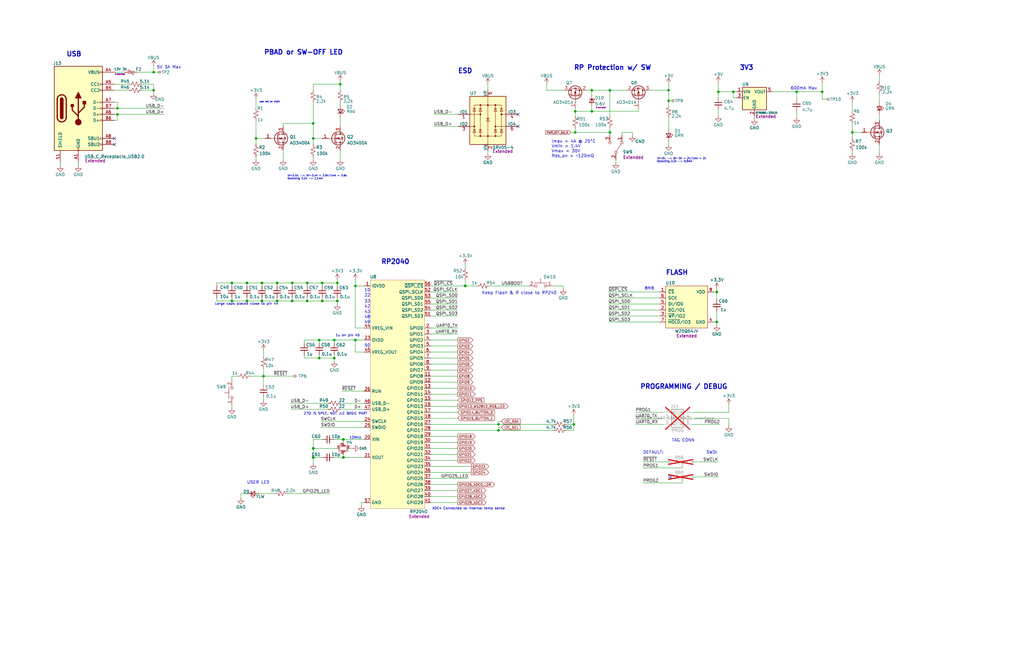
<source format=kicad_sch>
(kicad_sch (version 20250114) (generator "eeschema") (generator_version "9.0")
  (paper "USLedger")
  (title_block (title "RP2040") (date "2025-12-21") (rev "2.0") (company "RP2040 Hummingbird Clock Module"))
  (text "10" (at 156.21 123.317 0) (effects (font (size 1.27 1.27)) (justify right bottom)))
  (text "12MHz" (at 152.4 185.42 0) (effects (font (size 1 1)) (justify right bottom)))
  (text "22" (at 156.21 125.476 0) (effects (font (size 1.27 1.27)) (justify right bottom)))
  (text "5V 3A Max" (at 66.04 29.21 0) (effects (font (size 1.27 1.27)) (justify left bottom)))
  (text "3V3" (at 311.785 29.845 0) (effects (font (size 2 2) (thickness 0.4) (bold yes)) (justify left bottom)))
  (text "49" (at 156.21 136.779 0) (effects (font (size 1.27 1.27)) (justify right bottom)))
  (text "8MB" (at 271.78 122.555 0) (effects (font (size 1.27 1.27)) (justify left bottom)))
  (text "42" (at 156.21 130.175 0) (effects (font (size 1.27 1.27)) (justify right bottom)))
  (text "50" (at 156.21 146.685 0) (effects (font (size 1.27 1.27)) (justify right bottom)))
  (text "Imax = 4A @ 25°C\nVmin = 1.4V\nVmax = 30V\nRds_on = ~120mΩ" (at 232.537 66.675 0) (effects (font (size 1.27 1.27)) (justify left bottom)))
  (text "RP Protection w/ SW" (at 241.935 29.845 0) (effects (font (size 2 2) (thickness 0.4) (bold yes)) (justify left bottom)))
  (text "27Ω IS SPEC, NOT JLC BASIC PART" (at 154.94 175.26 0) (effects (font (size 1 1)) (justify right bottom)))
  (text "ADC4 Connected to internal temp sense" (at 182.245 215.265 0) (effects (font (size 1 1)) (justify left bottom)))
  (text "ESD" (at 193.04 31.242 0) (effects (font (size 2 2) (thickness 0.4) (bold yes)) (justify left bottom)))
  (text "Keep Flash & R close to RP240" (at 203.2 124.46 0) (effects (font (size 1.27 1.27)) (justify left bottom)))
  (text "Vf=2.4V, -> 5V-2.4V = 2.6V/1mA = 2.6k\nSelecting 2.2k -> 1.1mA\n" (at 121.158 75.946 0) (effects (font (size 0.762 0.762)) (justify left bottom)))
  (text "Last rail on chain\n" (at 109.22 43.434 0) (effects (font (size 0.635 0.635)) (justify left bottom)))
  (text "USB" (at 27.94 24.13 0) (effects (font (size 2 2) (thickness 0.4) (bold yes)) (justify left bottom)))
  (text "TAG CONN" (at 283.21 186.69 0) (effects (font (size 1.27 1.27)) (justify left bottom)))
  (text "Vf=3V, -> 5V-3V = 2V/1mA = 2k\nSelecting 2.2k -> 0.9mA\n" (at 276.987 68.707 0) (effects (font (size 0.762 0.762)) (justify left bottom)))
  (text "Large caps placed close to pin 44" (at 117.475 128.905 0) (effects (font (size 1 1)) (justify right bottom)))
  (text "33" (at 156.21 128.016 0) (effects (font (size 1.27 1.27)) (justify right bottom)))
  (text "FLASH" (at 280.67 116.332 0) (effects (font (size 2 2) (thickness 0.4) (bold yes)) (justify left bottom)))
  (text "DEFAULT:" (at 271.145 191.77 0) (effects (font (size 1.27 1.27)) (justify left bottom)))
  (text "1u on pin 45\n" (at 151.765 142.24 0) (effects (font (size 1 1)) (justify right bottom)))
  (text "RP2040\n" (at 160.655 111.76 0) (effects (font (size 2 2) (thickness 0.4) (bold yes)) (justify left bottom)))
  (text "600mA Max" (at 333.375 38.1 0) (effects (font (size 1.27 1.27)) (justify left bottom)))
  (text "43" (at 156.21 132.461 0) (effects (font (size 1.27 1.27)) (justify right bottom)))
  (text "USER LED\n" (at 104.14 204.47 0) (effects (font (size 1.27 1.27)) (justify left bottom)))
  (text "PBAD or SW-OFF LED" (at 111.252 23.368 0) (effects (font (size 2 2) (thickness 0.4) (bold yes)) (justify left bottom)))
  (text "48" (at 156.21 134.62 0) (effects (font (size 1.27 1.27)) (justify right bottom)))
  (text "PROGRAMMING / DEBUG" (at 269.875 164.465 0) (effects (font (size 2 2) (thickness 0.4) (bold yes)) (justify left bottom)))
  (text "SWD:" (at 297.815 191.77 0) (effects (font (size 1.27 1.27)) (justify left bottom)))
  (junction (at 249.555 46.99))
  (junction (at 135.89 119.38))
  (junction (at 132.08 58.42))
  (junction (at 242.57 46.99))
  (junction (at 149.86 143.51))
  (junction (at 49.53 48.26))
  (junction (at 116.84 127))
  (junction (at 144.78 193.04) (diameter 1.016))
  (junction (at 134.62 143.51))
  (junction (at 104.14 119.38))
  (junction (at 359.41 55.88))
  (junction (at 49.53 45.72))
  (junction (at 249.555 38.1))
  (junction (at 309.245 38.735))
  (junction (at 135.89 127))
  (junction (at 142.24 119.38))
  (junction (at 257.175 38.1))
  (junction (at 281.94 42.545))
  (junction (at 107.95 58.42))
  (junction (at 132.08 189.23) (diameter 1.016))
  (junction (at 140.97 143.51))
  (junction (at 104.14 127))
  (junction (at 302.26 123.19))
  (junction (at 64.77 38.1))
  (junction (at 144.78 185.42) (diameter 1.016))
  (junction (at 97.79 127))
  (junction (at 129.54 119.38))
  (junction (at 132.08 193.04) (diameter 1.016))
  (junction (at 241.935 179.07))
  (junction (at 257.175 55.88))
  (junction (at 210.185 179.07))
  (junction (at 140.97 151.13))
  (junction (at 346.71 38.735))
  (junction (at 123.19 119.38))
  (junction (at 132.08 52.07))
  (junction (at 149.86 120.65))
  (junction (at 97.79 119.38))
  (junction (at 281.94 38.1))
  (junction (at 242.57 55.88))
  (junction (at 335.915 38.735))
  (junction (at 129.54 127))
  (junction (at 134.62 151.13))
  (junction (at 110.49 119.38))
  (junction (at 111.125 158.75))
  (junction (at 142.24 127))
  (junction (at 302.895 38.735))
  (junction (at 302.26 135.89))
  (junction (at 196.215 120.65) (diameter 1.016))
  (junction (at 64.77 30.48))
  (junction (at 123.19 127))
  (junction (at 116.84 119.38))
  (junction (at 210.185 181.61))
  (junction (at 143.51 35.56))
  (junction (at 110.49 127))
  (no_connect (at 282.575 201.295))
  (no_connect (at 218.44 53.34))
  (no_connect (at 48.26 58.42))
  (no_connect (at 218.44 48.26))
  (no_connect (at 48.26 60.96))
  (wire (pts (xy 181.61 140.97) (xy 193.04 140.97)))
  (wire (pts (xy 144.78 185.42) (xy 144.78 186.69)))
  (wire (pts (xy 149.86 148.59) (xy 149.86 143.51)))
  (wire (pts (xy 48.26 43.18) (xy 49.53 43.18)))
  (wire (pts (xy 181.61 151.13) (xy 193.04 151.13)))
  (wire (pts (xy 300.99 123.19) (xy 302.26 123.19)))
  (wire (pts (xy 149.86 120.65) (xy 153.67 120.65)))
  (wire (pts (xy 359.41 52.07) (xy 359.41 55.88)))
  (wire (pts (xy 107.95 58.42) (xy 111.76 58.42)))
  (wire (pts (xy 279.4 179.07) (xy 267.97 179.07)))
  (wire (pts (xy 132.08 66.04) (xy 132.08 67.31)))
  (wire (pts (xy 140.97 143.51) (xy 140.97 144.78)))
  (wire (pts (xy 135.89 127) (xy 135.89 125.73)))
  (wire (pts (xy 134.62 144.78) (xy 134.62 143.51)))
  (wire (pts (xy 196.215 120.65) (xy 196.215 118.11)))
  (wire (pts (xy 97.79 127) (xy 104.14 127)))
  (wire (pts (xy 359.41 43.18) (xy 359.41 46.99)))
  (wire (pts (xy 107.95 66.04) (xy 107.95 67.31)))
  (wire (pts (xy 104.14 127) (xy 104.14 125.73)))
  (wire (pts (xy 105.41 158.75) (xy 111.125 158.75)))
  (wire (pts (xy 287.655 194.945) (xy 287.655 197.485)))
  (wire (pts (xy 181.61 189.23) (xy 193.04 189.23)))
  (wire (pts (xy 143.51 34.29) (xy 143.51 35.56)))
  (wire (pts (xy 107.95 41.91) (xy 107.95 45.72)))
  (wire (pts (xy 302.26 123.19) (xy 302.26 126.365)))
  (wire (pts (xy 237.49 121.92) (xy 237.49 120.65)))
  (wire (pts (xy 247.65 38.1) (xy 249.555 38.1)))
  (wire (pts (xy 181.61 176.53) (xy 193.04 176.53)))
  (wire (pts (xy 307.34 176.53) (xy 307.34 179.705)))
  (wire (pts (xy 210.185 177.8) (xy 210.185 179.07)))
  (wire (pts (xy 181.61 143.51) (xy 193.04 143.51)))
  (wire (pts (xy 205.74 63.5) (xy 205.74 64.77)))
  (wire (pts (xy 116.205 208.28) (xy 109.22 208.28)))
  (wire (pts (xy 132.08 193.04) (xy 135.89 193.04)))
  (wire (pts (xy 370.84 60.96) (xy 370.84 64.77)))
  (wire (pts (xy 205.74 35.56) (xy 205.74 38.1)))
  (wire (pts (xy 132.08 185.42) (xy 132.08 189.23)))
  (wire (pts (xy 128.27 151.13) (xy 128.27 149.86)))
  (wire (pts (xy 211.455 180.34) (xy 210.185 180.34)))
  (wire (pts (xy 210.185 180.34) (xy 210.185 181.61)))
  (wire (pts (xy 359.41 55.88) (xy 359.41 58.42)))
  (wire (pts (xy 128.27 144.78) (xy 128.27 143.51)))
  (wire (pts (xy 182.88 53.34) (xy 193.04 53.34)))
  (wire (pts (xy 149.86 148.59) (xy 153.67 148.59)))
  (wire (pts (xy 107.95 58.42) (xy 107.95 60.96)))
  (wire (pts (xy 281.94 35.56) (xy 281.94 38.1)))
  (wire (pts (xy 271.145 197.485) (xy 287.655 197.485)))
  (wire (pts (xy 240.665 55.88) (xy 242.57 55.88)))
  (wire (pts (xy 181.61 138.43) (xy 193.04 138.43)))
  (wire (pts (xy 111.125 147.955) (xy 111.125 150.495)))
  (wire (pts (xy 144.78 193.04) (xy 153.67 193.04)))
  (wire (pts (xy 181.61 120.65) (xy 196.215 120.65)))
  (wire (pts (xy 278.13 128.27) (xy 256.54 128.27)))
  (wire (pts (xy 271.145 203.835) (xy 287.655 203.835)))
  (wire (pts (xy 181.61 123.19) (xy 193.04 123.19)))
  (wire (pts (xy 181.61 125.73) (xy 193.04 125.73)))
  (wire (pts (xy 181.61 171.45) (xy 193.04 171.45)))
  (wire (pts (xy 97.79 160.655) (xy 97.79 158.75)))
  (wire (pts (xy 49.53 50.8) (xy 49.53 48.26)))
  (wire (pts (xy 310.515 38.735) (xy 309.245 38.735)))
  (wire (pts (xy 104.14 119.38) (xy 110.49 119.38)))
  (wire (pts (xy 181.61 186.69) (xy 193.04 186.69)))
  (wire (pts (xy 122.555 170.18) (xy 138.43 170.18)))
  (wire (pts (xy 132.08 38.1) (xy 132.08 35.56)))
  (wire (pts (xy 309.245 38.735) (xy 302.895 38.735)))
  (wire (pts (xy 123.19 127) (xy 116.84 127)))
  (wire (pts (xy 143.51 170.18) (xy 153.67 170.18)))
  (wire (pts (xy 307.34 170.815) (xy 307.34 173.99)))
  (wire (pts (xy 132.08 58.42) (xy 135.89 58.42)))
  (wire (pts (xy 110.49 127) (xy 110.49 125.73)))
  (wire (pts (xy 49.53 48.26) (xy 69.215 48.26)))
  (wire (pts (xy 283.845 42.545) (xy 281.94 42.545)))
  (wire (pts (xy 49.53 45.72) (xy 69.215 45.72)))
  (wire (pts (xy 181.61 212.09) (xy 193.04 212.09)))
  (wire (pts (xy 181.61 209.55) (xy 193.04 209.55)))
  (wire (pts (xy 142.24 118.11) (xy 142.24 119.38)))
  (wire (pts (xy 249.555 38.1) (xy 249.555 40.005)))
  (wire (pts (xy 142.24 119.38) (xy 142.24 120.65)))
  (wire (pts (xy 48.26 50.8) (xy 49.53 50.8)))
  (wire (pts (xy 110.49 127) (xy 116.84 127)))
  (wire (pts (xy 181.61 194.31) (xy 193.04 194.31)))
  (wire (pts (xy 335.915 38.735) (xy 335.915 41.91)))
  (wire (pts (xy 210.185 181.61) (xy 233.6432 181.61)))
  (wire (pts (xy 48.26 38.1) (xy 54.61 38.1)))
  (wire (pts (xy 242.57 55.88) (xy 257.175 55.88)))
  (wire (pts (xy 132.08 189.23) (xy 132.08 193.04)))
  (wire (pts (xy 370.84 39.37) (xy 370.84 43.18)))
  (wire (pts (xy 153.67 138.43) (xy 149.86 138.43)))
  (wire (pts (xy 48.26 30.48) (xy 52.705 30.48)))
  (wire (pts (xy 142.24 125.73) (xy 142.24 127)))
  (wire (pts (xy 335.915 38.735) (xy 346.71 38.735)))
  (wire (pts (xy 181.61 179.07) (xy 210.185 179.07)))
  (wire (pts (xy 116.84 127) (xy 116.84 125.73)))
  (wire (pts (xy 107.95 50.8) (xy 107.95 58.42)))
  (wire (pts (xy 266.7 55.88) (xy 262.255 55.88)))
  (wire (pts (xy 64.77 35.56) (xy 64.77 38.1)))
  (wire (pts (xy 116.84 120.65) (xy 116.84 119.38)))
  (wire (pts (xy 119.38 63.5) (xy 119.38 67.31)))
  (wire (pts (xy 135.255 177.8) (xy 153.67 177.8)))
  (wire (pts (xy 143.51 63.5) (xy 143.51 67.31)))
  (wire (pts (xy 57.785 30.48) (xy 64.77 30.48)))
  (wire (pts (xy 302.895 46.355) (xy 302.895 48.895)))
  (wire (pts (xy 256.54 123.19) (xy 278.13 123.19)))
  (wire (pts (xy 143.51 172.72) (xy 153.67 172.72)))
  (wire (pts (xy 249.555 46.99) (xy 269.24 46.99)))
  (wire (pts (xy 279.4 176.53) (xy 267.97 176.53)))
  (wire (pts (xy 132.08 43.18) (xy 132.08 52.07)))
  (wire (pts (xy 64.77 27.94) (xy 64.77 30.48)))
  (wire (pts (xy 196.215 120.65) (xy 201.295 120.65)))
  (wire (pts (xy 278.13 130.81) (xy 256.54 130.81)))
  (wire (pts (xy 281.94 42.545) (xy 281.94 44.45)))
  (wire (pts (xy 149.86 143.51) (xy 153.67 143.51)))
  (wire (pts (xy 181.61 199.39) (xy 198.755 199.39)))
  (wire (pts (xy 182.88 48.26) (xy 193.04 48.26)))
  (wire (pts (xy 181.61 161.29) (xy 193.04 161.29)))
  (wire (pts (xy 196.215 111.76) (xy 196.215 113.03)))
  (wire (pts (xy 278.13 133.35) (xy 256.54 133.35)))
  (wire (pts (xy 349.25 41.91) (xy 346.71 41.91)))
  (wire (pts (xy 241.935 179.07) (xy 241.935 181.61)))
  (wire (pts (xy 153.67 212.09) (xy 152.4 212.09)))
  (wire (pts (xy 300.99 135.89) (xy 302.26 135.89)))
  (wire (pts (xy 249.555 45.085) (xy 249.555 46.99)))
  (wire (pts (xy 181.61 191.77) (xy 193.04 191.77)))
  (wire (pts (xy 123.19 119.38) (xy 129.54 119.38)))
  (wire (pts (xy 266.7 57.15) (xy 266.7 55.88)))
  (wire (pts (xy 33.02 68.58) (xy 33.02 69.85)))
  (wire (pts (xy 149.86 120.65) (xy 149.86 138.43)))
  (wire (pts (xy 181.61 166.37) (xy 193.04 166.37)))
  (wire (pts (xy 181.61 128.27) (xy 193.04 128.27)))
  (wire (pts (xy 302.895 34.925) (xy 302.895 38.735)))
  (wire (pts (xy 181.61 156.21) (xy 193.04 156.21)))
  (wire (pts (xy 64.77 38.1) (xy 64.77 39.37)))
  (wire (pts (xy 318.135 48.895) (xy 318.135 50.165)))
  (wire (pts (xy 281.94 38.1) (xy 281.94 42.545)))
  (wire (pts (xy 181.61 184.15) (xy 193.04 184.15)))
  (wire (pts (xy 48.26 35.56) (xy 54.61 35.56)))
  (wire (pts (xy 132.08 193.04) (xy 132.08 195.58)))
  (wire (pts (xy 181.61 201.93) (xy 197.485 201.93)))
  (wire (pts (xy 121.285 208.28) (xy 139.065 208.28)))
  (wire (pts (xy 132.08 185.42) (xy 135.89 185.42)))
  (wire (pts (xy 359.41 63.5) (xy 359.41 64.77)))
  (wire (pts (xy 181.61 148.59) (xy 193.04 148.59)))
  (wire (pts (xy 135.89 127) (xy 142.24 127)))
  (wire (pts (xy 346.71 38.735) (xy 346.71 41.91)))
  (wire (pts (xy 134.62 143.51) (xy 140.97 143.51)))
  (wire (pts (xy 110.49 119.38) (xy 116.84 119.38)))
  (wire (pts (xy 132.08 52.07) (xy 132.08 58.42)))
  (wire (pts (xy 135.89 119.38) (xy 142.24 119.38)))
  (wire (pts (xy 370.84 31.75) (xy 370.84 34.29)))
  (wire (pts (xy 292.1 179.07) (xy 303.53 179.07)))
  (wire (pts (xy 309.245 41.275) (xy 309.245 38.735)))
  (wire (pts (xy 291.465 201.295) (xy 302.895 201.295)))
  (wire (pts (xy 230.505 38.1) (xy 237.49 38.1)))
  (wire (pts (xy 241.935 175.26) (xy 241.935 179.07)))
  (wire (pts (xy 123.19 127) (xy 123.19 125.73)))
  (wire (pts (xy 97.79 120.65) (xy 97.79 119.38)))
  (wire (pts (xy 279.4 173.99) (xy 267.97 173.99)))
  (wire (pts (xy 119.38 52.07) (xy 132.08 52.07)))
  (wire (pts (xy 91.44 127) (xy 91.44 125.73)))
  (wire (pts (xy 211.455 177.8) (xy 210.185 177.8)))
  (wire (pts (xy 302.26 135.89) (xy 302.26 137.16)))
  (wire (pts (xy 111.125 158.75) (xy 124.46 158.75)))
  (wire (pts (xy 143.51 49.53) (xy 143.51 53.34)))
  (wire (pts (xy 238.7232 181.61) (xy 241.935 181.61)))
  (wire (pts (xy 181.61 163.83) (xy 193.04 163.83)))
  (wire (pts (xy 48.26 48.26) (xy 49.53 48.26)))
  (wire (pts (xy 104.14 208.28) (xy 101.6 208.28)))
  (wire (pts (xy 257.175 38.1) (xy 257.175 48.895)))
  (wire (pts (xy 140.97 152.4) (xy 140.97 151.13)))
  (wire (pts (xy 128.27 143.51) (xy 134.62 143.51)))
  (wire (pts (xy 143.51 35.56) (xy 143.51 38.1)))
  (wire (pts (xy 144.78 185.42) (xy 153.67 185.42)))
  (wire (pts (xy 242.57 53.975) (xy 242.57 55.88)))
  (wire (pts (xy 302.26 123.19) (xy 302.26 121.92)))
  (wire (pts (xy 278.13 125.73) (xy 256.54 125.73)))
  (wire (pts (xy 206.375 120.65) (xy 222.885 120.65)))
  (wire (pts (xy 181.61 153.67) (xy 193.04 153.67)))
  (wire (pts (xy 325.755 38.735) (xy 335.915 38.735)))
  (wire (pts (xy 149.86 118.11) (xy 149.86 120.65)))
  (wire (pts (xy 242.57 46.99) (xy 242.57 45.72)))
  (wire (pts (xy 278.13 135.89) (xy 256.54 135.89)))
  (wire (pts (xy 262.255 55.88) (xy 262.255 57.15)))
  (wire (pts (xy 302.26 131.445) (xy 302.26 135.89)))
  (wire (pts (xy 292.1 176.53) (xy 307.34 176.53)))
  (wire (pts (xy 97.79 119.38) (xy 104.14 119.38)))
  (wire (pts (xy 132.08 58.42) (xy 132.08 60.96)))
  (wire (pts (xy 135.89 120.65) (xy 135.89 119.38)))
  (wire (pts (xy 110.49 120.65) (xy 110.49 119.38)))
  (wire (pts (xy 25.4 68.58) (xy 25.4 69.85)))
  (wire (pts (xy 147.32 189.23) (xy 148.59 189.23)))
  (wire (pts (xy 310.515 41.275) (xy 309.245 41.275)))
  (wire (pts (xy 48.26 45.72) (xy 49.53 45.72)))
  (wire (pts (xy 237.49 120.65) (xy 233.045 120.65)))
  (wire (pts (xy 129.54 120.65) (xy 129.54 119.38)))
  (wire (pts (xy 119.38 53.34) (xy 119.38 52.07)))
  (wire (pts (xy 181.61 158.75) (xy 193.04 158.75)))
  (wire (pts (xy 238.76 179.07) (xy 241.935 179.07)))
  (wire (pts (xy 281.94 59.69) (xy 281.94 60.96)))
  (wire (pts (xy 271.145 194.945) (xy 282.575 194.945)))
  (wire (pts (xy 259.715 67.31) (xy 259.715 68.58)))
  (wire (pts (xy 181.61 204.47) (xy 193.04 204.47)))
  (wire (pts (xy 230.505 35.56) (xy 230.505 38.1)))
  (wire (pts (xy 111.125 155.575) (xy 111.125 158.75)))
  (wire (pts (xy 129.54 127) (xy 123.19 127)))
  (wire (pts (xy 59.69 35.56) (xy 64.77 35.56)))
  (wire (pts (xy 287.655 201.295) (xy 287.655 203.835)))
  (wire (pts (xy 122.555 172.72) (xy 138.43 172.72)))
  (wire (pts (xy 152.4 212.09) (xy 152.4 213.36)))
  (wire (pts (xy 144.145 165.1) (xy 153.67 165.1)))
  (wire (pts (xy 129.54 127) (xy 129.54 125.73)))
  (wire (pts (xy 359.41 55.88) (xy 363.22 55.88)))
  (wire (pts (xy 135.255 180.34) (xy 153.67 180.34)))
  (wire (pts (xy 140.97 151.13) (xy 134.62 151.13)))
  (wire (pts (xy 181.61 196.85) (xy 198.755 196.85)))
  (wire (pts (xy 129.54 119.38) (xy 135.89 119.38)))
  (wire (pts (xy 91.44 127) (xy 97.79 127)))
  (wire (pts (xy 181.61 133.35) (xy 193.04 133.35)))
  (wire (pts (xy 111.125 167.64) (xy 111.125 168.91)))
  (wire (pts (xy 110.49 127) (xy 104.14 127)))
  (wire (pts (xy 132.08 35.56) (xy 143.51 35.56)))
  (wire (pts (xy 257.175 38.1) (xy 264.16 38.1)))
  (wire (pts (xy 91.44 120.65) (xy 91.44 119.38)))
  (wire (pts (xy 181.61 173.99) (xy 193.04 173.99)))
  (wire (pts (xy 143.51 43.18) (xy 143.51 44.45)))
  (wire (pts (xy 181.61 181.61) (xy 210.185 181.61)))
  (wire (pts (xy 97.79 172.085) (xy 97.79 170.815)))
  (wire (pts (xy 104.14 120.65) (xy 104.14 119.38)))
  (wire (pts (xy 335.915 46.99) (xy 335.915 49.53)))
  (wire (pts (xy 181.61 207.01) (xy 193.04 207.01)))
  (wire (pts (xy 249.555 38.1) (xy 257.175 38.1)))
  (wire (pts (xy 97.79 127) (xy 97.79 125.73)))
  (wire (pts (xy 134.62 151.13) (xy 128.27 151.13)))
  (wire (pts (xy 67.31 30.48) (xy 64.77 30.48)))
  (wire (pts (xy 210.185 179.07) (xy 233.68 179.07)))
  (wire (pts (xy 140.97 143.51) (xy 149.86 143.51)))
  (wire (pts (xy 249.555 46.99) (xy 242.57 46.99)))
  (wire (pts (xy 111.125 158.75) (xy 111.125 162.56)))
  (wire (pts (xy 181.61 168.91) (xy 193.04 168.91)))
  (wire (pts (xy 292.1 173.99) (xy 307.34 173.99)))
  (wire (pts (xy 142.24 127) (xy 142.24 128.27)))
  (wire (pts (xy 144.78 191.77) (xy 144.78 193.04)))
  (wire (pts (xy 302.895 38.735) (xy 302.895 41.275)))
  (wire (pts (xy 242.57 46.99) (xy 242.57 48.895)))
  (wire (pts (xy 269.24 46.99) (xy 269.24 45.72)))
  (wire (pts (xy 91.44 119.38) (xy 97.79 119.38)))
  (wire (pts (xy 140.97 185.42) (xy 144.78 185.42)))
  (wire (pts (xy 142.24 189.23) (xy 132.08 189.23)))
  (wire (pts (xy 116.84 119.38) (xy 123.19 119.38)))
  (wire (pts (xy 134.62 151.13) (xy 134.62 149.86)))
  (wire (pts (xy 135.89 127) (xy 129.54 127)))
  (wire (pts (xy 140.97 193.04) (xy 144.78 193.04)))
  (wire (pts (xy 101.6 208.28) (xy 101.6 210.185)))
  (wire (pts (xy 59.69 38.1) (xy 64.77 38.1)))
  (wire (pts (xy 140.97 151.13) (xy 140.97 149.86)))
  (wire (pts (xy 274.32 38.1) (xy 281.94 38.1)))
  (wire (pts (xy 181.61 146.05) (xy 193.04 146.05)))
  (wire (pts (xy 49.53 43.18) (xy 49.53 45.72)))
  (wire (pts (xy 291.465 194.945) (xy 302.895 194.945)))
  (wire (pts (xy 346.71 34.925) (xy 346.71 38.735)))
  (wire (pts (xy 97.79 158.75) (xy 100.33 158.75)))
  (wire (pts (xy 281.94 49.53) (xy 281.94 54.61)))
  (wire (pts (xy 181.61 130.81) (xy 193.04 130.81)))
  (wire (pts (xy 370.84 48.26) (xy 370.84 50.8)))
  (wire (pts (xy 257.175 55.88) (xy 257.175 57.15)))
  (wire (pts (xy 123.19 120.65) (xy 123.19 119.38)))
  (wire (pts (xy 257.175 55.88) (xy 257.175 53.975)))
  (label "QSPI_SD3" (at 256.54 135.89 0))
  (label "SWDIO" (at 302.895 201.295 180))
  (label "~{RESET}" (at 121.285 158.75 180))
  (label "QSPI_SCLK" (at 193.04 123.19 180))
  (label "USB_D-" (at 182.88 48.26 0))
  (label "UART0_TX" (at 193.04 138.43 180))
  (label "UART0_TX" (at 267.97 176.53 0))
  (label "QSPI_SD1" (at 193.04 128.27 180))
  (label "D+" (at 152.4 172.72 180))
  (label "QSPI_SCLK" (at 256.54 125.73 0))
  (label "PROG2" (at 303.53 179.07 180))
  (label "USB_D+" (at 69.215 48.26 180))
  (label "SWDIO" (at 135.255 180.34 0))
  (label "~{RESET}" (at 144.145 165.1 0))
  (label "QSPI_SD3" (at 193.04 133.35 180))
  (label "PROG2" (at 271.145 203.835 0))
  (label "D-" (at 152.4 170.18 180))
  (label "UART0_RX" (at 193.04 140.97 180))
  (label "SWCLK" (at 302.895 194.945 180))
  (label "USB_D-" (at 69.215 45.72 180))
  (label "UART0_RX" (at 267.97 179.07 0))
  (label "PROG1" (at 271.145 197.485 0))
  (label "QSPI_SD2" (at 193.04 130.81 180))
  (label "~{RESET}" (at 271.145 194.945 0))
  (label "PROG1" (at 267.97 173.99 0))
  (label "SWCLK" (at 135.255 177.8 0))
  (label "QSPI_SD2" (at 256.54 133.35 0))
  (label "USBBOOT" (at 220.345 120.65 180))
  (label "USB_D-" (at 122.555 170.18 0))
  (label "USB_D+" (at 122.555 172.72 0))
  (label "~{QSPI_CS}" (at 182.88 120.65 0))
  (label "QSPI_SD0" (at 256.54 128.27 0))
  (label "QSPI_SD1" (at 256.54 130.81 0))
  (label "USB_D+" (at 182.88 53.34 0))
  (label "QSPI_SD0" (at 193.04 125.73 180))
  (label "GPIO25_LED" (at 139.065 208.28 180))
  (label "GPIO25_LED" (at 197.485 201.93 180))
  (label "~{QSPI_CS}" (at 256.54 123.19 0))
  (global_label "GPIO6" (shape output) (at 193.04 153.67 0) (effects (font (size 1 1))) (property "Intersheetrefs" "${INTERSHEET_REFS}" (at 199.4162 153.6075 0) (effects (font (size 1 1)) (justify left))))
  (global_label "GPIO24" (shape output) (at 198.755 199.39 0) (effects (font (size 1 1))) (property "Intersheetrefs" "${INTERSHEET_REFS}" (at 206.0836 199.3275 0) (effects (font (size 1 1)) (justify left))))
  (global_label "GPIO13_WS2812_RGB_LED" (shape output) (at 193.04 171.45 0) (effects (font (size 1 1))) (property "Intersheetrefs" "${INTERSHEET_REFS}" (at 214.2733 171.3875 0) (effects (font (size 1 1)) (justify left))))
  (global_label "GPIO2" (shape output) (at 193.04 143.51 0) (effects (font (size 1 1))) (property "Intersheetrefs" "${INTERSHEET_REFS}" (at 199.4162 143.4475 0) (effects (font (size 1 1)) (justify left))))
  (global_label "GPIO11" (shape output) (at 193.04 166.37 0) (effects (font (size 1 1))) (property "Intersheetrefs" "${INTERSHEET_REFS}" (at 200.3686 166.3075 0) (effects (font (size 1 1)) (justify left))))
  (global_label "GPIO28_ADC2" (shape output) (at 193.04 209.55 0) (effects (font (size 1 1))) (property "Intersheetrefs" "${INTERSHEET_REFS}" (at 204.94 209.4875 0) (effects (font (size 1 1)) (justify left))))
  (global_label "GPIO9" (shape output) (at 193.04 161.29 0) (effects (font (size 1 1))) (property "Intersheetrefs" "${INTERSHEET_REFS}" (at 199.4162 161.2275 0) (effects (font (size 1 1)) (justify left))))
  (global_label "GPIO7" (shape output) (at 193.04 156.21 0) (effects (font (size 1 1))) (property "Intersheetrefs" "${INTERSHEET_REFS}" (at 199.4162 156.1475 0) (effects (font (size 1 1)) (justify left))))
  (global_label "GPIO22" (shape output) (at 193.04 194.31 0) (effects (font (size 1 1))) (property "Intersheetrefs" "${INTERSHEET_REFS}" (at 200.3686 194.2475 0) (effects (font (size 1 1)) (justify left))))
  (global_label "I2C_SDA" (shape input) (at 211.455 177.8 0) (effects (font (size 1 1))) (property "Intersheetrefs" "${INTERSHEET_REFS}" (at 219.355 177.7375 0) (effects (font (size 1 1)) (justify left))))
  (global_label "GPIO10" (shape output) (at 193.04 163.83 0) (effects (font (size 1 1))) (property "Intersheetrefs" "${INTERSHEET_REFS}" (at 200.3686 163.7675 0) (effects (font (size 1 1)) (justify left))))
  (global_label "GPIO14_BUTTON_0" (shape input) (at 193.04 173.99 0) (effects (font (size 1 1))) (property "Intersheetrefs" "${INTERSHEET_REFS}" (at 208.5114 173.9275 0) (effects (font (size 1 1)) (justify left))))
  (global_label "I2C_SCL" (shape input) (at 211.455 180.34 0) (effects (font (size 1 1))) (property "Intersheetrefs" "${INTERSHEET_REFS}" (at 219.3074 180.2775 0) (effects (font (size 1 1)) (justify left))))
  (global_label "GPIO23" (shape output) (at 198.755 196.85 0) (effects (font (size 1 1))) (property "Intersheetrefs" "${INTERSHEET_REFS}" (at 206.0836 196.7875 0) (effects (font (size 1 1)) (justify left))))
  (global_label "GPIO21" (shape output) (at 193.04 191.77 0) (effects (font (size 1 1))) (property "Intersheetrefs" "${INTERSHEET_REFS}" (at 200.3686 191.7075 0) (effects (font (size 1 1)) (justify left))))
  (global_label "GPIO19" (shape output) (at 193.04 186.69 0) (effects (font (size 1 1))) (property "Intersheetrefs" "${INTERSHEET_REFS}" (at 200.3686 186.6275 0) (effects (font (size 1 1)) (justify left))))
  (global_label "GPIO15_BUTTON_1" (shape input) (at 193.04 176.53 0) (effects (font (size 1 1))) (property "Intersheetrefs" "${INTERSHEET_REFS}" (at 208.5114 176.4675 0) (effects (font (size 1 1)) (justify left))))
  (global_label "GPIO5" (shape output) (at 193.04 151.13 0) (effects (font (size 1 1))) (property "Intersheetrefs" "${INTERSHEET_REFS}" (at 199.4162 151.0675 0) (effects (font (size 1 1)) (justify left))))
  (global_label "GPIO12_PPS" (shape input) (at 193.04 168.91 0) (effects (font (size 1 1))) (property "Intersheetrefs" "${INTERSHEET_REFS}" (at 204.0829 168.8475 0) (effects (font (size 1 1)) (justify left))))
  (global_label "GPIO8" (shape output) (at 193.04 158.75 0) (effects (font (size 1 1))) (property "Intersheetrefs" "${INTERSHEET_REFS}" (at 199.4162 158.6875 0) (effects (font (size 1 1)) (justify left))))
  (global_label "GPIO26_ADC0_LDR" (shape output) (at 193.04 204.47 0) (effects (font (size 1 1))) (property "Intersheetrefs" "${INTERSHEET_REFS}" (at 208.5114 204.4075 0) (effects (font (size 1 1)) (justify left))))
  (global_label "GPIO20" (shape output) (at 193.04 189.23 0) (effects (font (size 1 1))) (property "Intersheetrefs" "${INTERSHEET_REFS}" (at 200.3686 189.1675 0) (effects (font (size 1 1)) (justify left))))
  (global_label "PWR_OFF_SW_N" (shape input) (at 240.665 55.88 180) (effects (font (size 0.8 0.8))) (property "Intersheetrefs" "${INTERSHEET_REFS}" (at 230.0783 55.83 0) (effects (font (size 0.8 0.8)) (justify right))))
  (global_label "GPIO3" (shape output) (at 193.04 146.05 0) (effects (font (size 1 1))) (property "Intersheetrefs" "${INTERSHEET_REFS}" (at 199.4162 145.9875 0) (effects (font (size 1 1)) (justify left))))
  (global_label "GPIO29_ADC3" (shape output) (at 193.04 212.09 0) (effects (font (size 1 1))) (property "Intersheetrefs" "${INTERSHEET_REFS}" (at 204.94 212.0275 0) (effects (font (size 1 1)) (justify left))))
  (global_label "GPIO18" (shape output) (at 193.04 184.15 0) (effects (font (size 1 1))) (property "Intersheetrefs" "${INTERSHEET_REFS}" (at 200.3686 184.0875 0) (effects (font (size 1 1)) (justify left))))
  (global_label "GPIO27_ADC1" (shape output) (at 193.04 207.01 0) (effects (font (size 1 1))) (property "Intersheetrefs" "${INTERSHEET_REFS}" (at 204.94 206.9475 0) (effects (font (size 1 1)) (justify left))))
  (global_label "GPIO4" (shape output) (at 193.04 148.59 0) (effects (font (size 1 1))) (property "Intersheetrefs" "${INTERSHEET_REFS}" (at 199.4162 148.5275 0) (effects (font (size 1 1)) (justify left))))
  (symbol (lib_id "Device:R_Small_US") (at 111.125 153.035 0) (unit 1)
    (property "Reference" "R47" (at 113.665 151.765 0))
    (property "Value" "10k" (at 113.665 154.305 0))
    (property "Footprint" "Resistor_SMD:R_0402_1005Metric" (effects (hide yes)))
    (property "LCSC PN" "C25744" (effects (hide yes)))
    (property "LCSC Status" "Basic" (effects (hide yes)))
  )
  (symbol (lib_id "power:+3.3V") (at 302.26 121.92 0) (mirror y) (unit 1)
    (property "Reference" "#PWR0161" (effects (hide yes)))
    (property "Value" "+3.3V" (at 302.26 118.11 0))
  )
  (symbol (lib_id "power:GND") (at 143.51 67.31 0) (unit 1)
    (property "Reference" "#PWR06" (effects (hide yes)))
    (property "Value" "GND" (at 143.51 71.12 0))
  )
  (symbol (lib_id "Device:C_Small") (at 129.54 123.19 0) (unit 1)
    (property "Reference" "C57" (at 130.302 121.412 0) (effects (justify left)))
    (property "Value" "0.1u" (at 130.556 125.222 0) (effects (justify left)))
    (property "Footprint" "Capacitor_SMD:C_0402_1005Metric" (effects (hide yes)))
    (property "Description" "16V X7R" (effects (hide yes)))
    (property "LCSC PN" "C1525" (effects (hide yes)))
    (property "LCSC Status" "Basic" (effects (hide yes)))
  )
  (symbol (lib_id "power:+3.3V") (at 149.86 118.11 0) (unit 1)
    (property "Reference" "#PWR0145" (effects (hide yes)))
    (property "Value" "+3.3V" (at 149.86 114.3 0))
  )
  (symbol (lib_id "power:+3V3") (at 307.34 170.815 0) (mirror y) (unit 1)
    (property "Reference" "#PWR0163" (effects (hide yes)))
    (property "Value" "+3V3" (at 307.34 167.005 0))
  )
  (symbol (lib_id "power:+3V3") (at 241.935 175.26 0) (mirror y) (unit 1)
    (property "Reference" "#PWR0153" (effects (hide yes)))
    (property "Value" "+3V3" (at 241.935 171.45 0))
  )
  (symbol (lib_id "power:GND") (at 111.125 168.91 0) (unit 1)
    (property "Reference" "#PWR0134" (effects (hide yes)))
    (property "Value" "GND" (at 111.125 172.72 0))
  )
  (symbol (lib_id "Device:R_Small_US") (at 132.08 63.5 0) (unit 1)
    (property "Reference" "R3" (at 134.62 62.23 0))
    (property "Value" "100k" (at 135.89 64.77 0))
    (property "Footprint" "Resistor_SMD:R_0402_1005Metric" (effects (hide yes)))
    (property "LCSC PN" "C25741" (effects (hide yes)))
    (property "LCSC Status" "Basic" (effects (hide yes)))
  )
  (symbol (lib_id "power:GND") (at 370.84 64.77 0) (unit 1)
    (property "Reference" "#PWR09" (effects (hide yes)))
    (property "Value" "GND" (at 370.84 68.58 0))
  )
  (symbol (lib_id "power:GND") (at 107.95 67.31 0) (unit 1)
    (property "Reference" "#PWR02" (effects (hide yes)))
    (property "Value" "GND" (at 107.95 71.12 0))
  )
  (symbol (lib_id "Device:C_Small") (at 140.97 147.32 0) (unit 1)
    (property "Reference" "C62" (at 141.732 145.542 0) (effects (justify left)))
    (property "Value" "0.1u" (at 141.986 149.352 0) (effects (justify left)))
    (property "Footprint" "Capacitor_SMD:C_0402_1005Metric" (effects (hide yes)))
    (property "Description" "16V X7R" (effects (hide yes)))
    (property "LCSC PN" "C1525" (effects (hide yes)))
    (property "LCSC Status" "Basic" (effects (hide yes)))
  )
  (symbol (lib_id "Connector:TestPoint_Small") (at 283.845 42.545 0) (unit 1) (in_bom no)
    (property "Reference" "TP9" (at 284.48 42.545 0) (effects (justify left)))
    (property "Value" "5V" (effects (hide yes)))
    (property "Footprint" "TestPoint:TestPoint_Pad_D1.0mm" (effects (hide yes)))
  )
  (symbol (lib_id "Device:C_Small") (at 116.84 123.19 0) (unit 1)
    (property "Reference" "C54" (at 117.602 121.412 0) (effects (justify left)))
    (property "Value" "0.1u" (at 117.856 125.222 0) (effects (justify left)))
    (property "Footprint" "Capacitor_SMD:C_0402_1005Metric" (effects (hide yes)))
    (property "Description" "16V X7R" (effects (hide yes)))
    (property "LCSC PN" "C1525" (effects (hide yes)))
    (property "LCSC Status" "Basic" (effects (hide yes)))
  )
  (symbol (lib_id "power:VBUS") (at 205.74 35.56 0) (unit 1)
    (property "Reference" "#PWR0142" (effects (hide yes)))
    (property "Value" "VBUS" (at 205.74 31.9555 0))
  )
  (symbol (lib_id "Transistor_FET:AO3400A") (at 116.84 58.42 0) (unit 1)
    (property "Reference" "Q1" (at 122.174 57.785 0) (effects (justify left)))
    (property "Value" "AO3400A" (at 122.174 60.325 0) (effects (justify left)))
    (property "Footprint" "Package_TO_SOT_SMD:SOT-23" (effects (hide yes)))
    (property "Datasheet" "http://www.aosmd.com/pdfs/datasheet/AO3400A.pdf" (effects (hide yes)))
    (property "LCSC PN" "C20917" (effects (hide yes)))
    (property "LCSC Status" "Basic" (effects (hide yes)))
  )
  (symbol (lib_id "Transistor_FET:AO3401A") (at 242.57 40.64 90) (unit 1)
    (property "Reference" "Q7" (at 240.03 34.925 90))
    (property "Value" "AO3401A" (at 237.49 43.18 90))
    (property "Footprint" "Package_TO_SOT_SMD:SOT-23" (effects (hide yes)))
    (property "Datasheet" "http://www.aosmd.com/pdfs/datasheet/AO3401A.pdf" (effects (hide yes)))
    (property "LCSC PN" "C15127" (effects (hide yes)))
    (property "LCSC Status" "Basic" (effects (hide yes)))
  )
  (symbol (lib_id "power:GND") (at 281.94 60.96 0) (unit 1)
    (property "Reference" "#PWR0152" (effects (hide yes)))
    (property "Value" "GND" (at 281.94 64.77 0))
  )
  (symbol (lib_id "power:+3V3") (at 107.95 41.91 0) (unit 1)
    (property "Reference" "#PWR04" (effects (hide yes)))
    (property "Value" "+3V3" (at 107.95 38.1 0))
  )
  (symbol (lib_id "power:GND") (at 266.7 57.15 0) (unit 1)
    (property "Reference" "#PWR0150" (effects (hide yes)))
    (property "Value" "GND" (at 269.875 59.69 0))
  )
  (symbol (lib_id "Connector:TestPoint_Small") (at 67.31 30.48 0) (unit 1) (in_bom no)
    (property "Reference" "TP2" (at 67.945 30.48 0) (effects (justify left)))
    (property "Value" "VBUS" (effects (hide yes)))
    (property "Footprint" "TestPoint:TestPoint_Pad_D1.0mm" (effects (hide yes)))
  )
  (symbol (lib_id "Device:LED_Small") (at 143.51 46.99 270) (mirror x) (unit 1)
    (property "Reference" "D2" (at 147.32 45.085 90))
    (property "Value" "Red" (at 147.955 46.99 90))
    (property "Footprint" "LED_SMD:LED_0603_1608Metric" (effects (hide yes)))
    (property "Description" "2.4V 645nm Red 0603" (effects (hide yes)))
    (property "LCSC PN" "C2286" (effects (hide yes)))
    (property "LCSC Status" "Basic" (effects (hide yes)))
  )
  (symbol (lib_id "power:+3V3") (at 359.41 43.18 0) (unit 1)
    (property "Reference" "#PWR07" (effects (hide yes)))
    (property "Value" "+3V3" (at 359.41 39.37 0))
  )
  (symbol (lib_id "Device:R_Small_US") (at 281.94 46.99 0) (mirror x) (unit 1)
    (property "Reference" "R8" (at 284.48 47.244 0))
    (property "Value" "2.2k" (at 285.242 49.022 0))
    (property "Footprint" "Resistor_SMD:R_0402_1005Metric" (effects (hide yes)))
    (property "LCSC PN" "C25879" (effects (hide yes)))
    (property "LCSC Status" "Basic" (effects (hide yes)))
  )
  (symbol (lib_id "Device:R_Small_US") (at 257.175 51.435 0) (mirror y) (unit 1)
    (property "Reference" "R53" (at 254.635 50.165 0))
    (property "Value" "100k" (at 253.365 52.705 0))
    (property "Footprint" "Resistor_SMD:R_0402_1005Metric" (effects (hide yes)))
    (property "LCSC PN" "C25741" (effects (hide yes)))
    (property "LCSC Status" "Basic" (effects (hide yes)))
  )
  (symbol (lib_id "MCU_RaspberryPi:RP2040") (at 167.64 118.11 0) (unit 1)
    (property "Reference" "U8" (at 158.75 116.84 0) (effects (justify right)))
    (property "Value" "RP2040" (at 176.53 215.9 0))
    (property "Footprint" "stride_footprints:QFN-56_EP_7x7_Pitch0.4mm" (effects (hide yes)))
    (property "Datasheet" "https://datasheets.raspberrypi.org/rp2040/rp2040_datasheet.pdf" (effects (hide yes)))
    (property "LCSC PN" "C2040" (effects (hide yes)))
    (property "LCSC Status" "Extended" (at 176.784 217.932 0))
  )
  (symbol (lib_id "Device:LED_Small") (at 106.68 208.28 0) (mirror x) (unit 1)
    (property "Reference" "D9" (at 103.886 207.518 0))
    (property "Value" "YLW" (at 109.728 209.55 0))
    (property "Footprint" "LED_SMD:LED_0805_2012Metric" (effects (hide yes)))
    (property "Description" "1.8-2.4V Yellow 0603" (effects (hide yes)))
    (property "LCSC PN" "C2296" (effects (hide yes)))
    (property "LCSC Status" "Basic" (effects (hide yes)))
  )
  (symbol (lib_id "Device:R_Small_US") (at 57.15 38.1 90) (unit 1)
    (property "Reference" "R46" (at 52.705 36.83 90))
    (property "Value" "5.1k" (at 60.96 36.83 90))
    (property "Footprint" "Resistor_SMD:R_0402_1005Metric" (effects (hide yes)))
    (property "LCSC PN" "C25905" (effects (hide yes)))
    (property "LCSC Status" "Basic" (effects (hide yes)))
  )
  (symbol (lib_id "Device:Polyfuse_Small") (at 55.245 30.48 270) (mirror x) (unit 1)
    (property "Reference" "F2" (at 58.42 29.21 90))
    (property "Value" "12V 3A" (at 50.8 29.21 90) (effects (font (size 1 1))))
    (property "Footprint" "Fuse:Fuse_1206_3216Metric" (effects (hide yes)))
    (property "Description" "JK-NSMD300L-12V" (effects (hide yes)))
    (property "LCSC PN" "C516068" (effects (hide yes)))
    (property "LCSC Status" "Extended" (at 50.546 31.242 90) (effects (font (size 0.635 0.635))))
  )
  (symbol (lib_id "Device:R_Small_US") (at 236.22 179.07 90) (unit 1)
    (property "Reference" "R57" (at 239.395 177.8 90))
    (property "Value" "4.7k" (at 232.41 177.8 90))
    (property "Footprint" "Resistor_SMD:R_0402_1005Metric" (effects (hide yes)))
    (property "LCSC PN" "C25900" (effects (hide yes)))
    (property "LCSC Status" "Basic" (effects (hide yes)))
  )
  (symbol (lib_id "Transistor_FET:AO3400A") (at 368.3 55.88 0) (unit 1)
    (property "Reference" "Q3" (at 373.634 55.245 0) (effects (justify left)))
    (property "Value" "AO3400A" (effects (hide yes)))
    (property "Footprint" "Package_TO_SOT_SMD:SOT-23" (effects (hide yes)))
    (property "Datasheet" "http://www.aosmd.com/pdfs/datasheet/AO3400A.pdf" (effects (hide yes)))
    (property "LCSC PN" "C20917" (effects (hide yes)))
    (property "LCSC Status" "Basic" (effects (hide yes)))
  )
  (symbol (lib_id "Power_Protection:SRV05-4") (at 205.74 50.8 0) (unit 1)
    (property "Reference" "U7" (at 198.12 39.37 0) (effects (justify left)))
    (property "Value" "SRV05-4" (at 207.645 62.23 0) (effects (justify left)))
    (property "Footprint" "Package_TO_SOT_SMD:SOT-23-6" (effects (hide yes)))
    (property "Datasheet" "http://www.onsemi.com/pub/Collateral/SRV05-4-D.PDF" (effects (hide yes)))
    (property "LCSC PN" "C85364" (effects (hide yes)))
    (property "LCSC Status" "Extended" (at 211.963 63.881 0))
  )
  (symbol (lib_id "power:GND") (at 33.02 69.85 0) (unit 1)
    (property "Reference" "#PWR0130" (effects (hide yes)))
    (property "Value" "GND" (at 33.02 73.66 0))
  )
  (symbol (lib_id "power:GND") (at 259.715 68.58 0) (unit 1)
    (property "Reference" "#PWR0149" (effects (hide yes)))
    (property "Value" "GND" (at 259.715 72.39 0))
  )
  (symbol (lib_id "Device:R_Small_US") (at 107.95 63.5 0) (unit 1)
    (property "Reference" "R2" (at 110.49 62.23 0))
    (property "Value" "100k" (at 111.76 64.77 0))
    (property "Footprint" "Resistor_SMD:R_0402_1005Metric" (effects (hide yes)))
    (property "LCSC PN" "C25741" (effects (hide yes)))
    (property "LCSC Status" "Basic" (effects (hide yes)))
  )
  (symbol (lib_id "power:GND") (at 318.135 50.165 0) (unit 1)
    (property "Reference" "#PWR0157" (effects (hide yes)))
    (property "Value" "GND" (at 318.135 53.975 0))
  )
  (symbol (lib_id "Device:R_Small_US") (at 242.57 51.435 0) (unit 1)
    (property "Reference" "R51" (at 245.11 50.165 0))
    (property "Value" "100k" (at 246.38 52.705 0))
    (property "Footprint" "Resistor_SMD:R_0402_1005Metric" (effects (hide yes)))
    (property "LCSC PN" "C25741" (effects (hide yes)))
    (property "LCSC Status" "Basic" (effects (hide yes)))
  )
  (symbol (lib_id "Switch:SW_Push") (at 97.79 165.735 90) (unit 1)
    (property "Reference" "SW8" (at 93.345 163.195 90))
    (property "Value" "TS-1187A-B-A-B" (effects (hide yes)))
    (property "Footprint" "stride_footprints:SW_SPST_TL3342_RT" (effects (hide yes)))
    (property "LCSC PN" "C318884" (effects (hide yes)))
    (property "LCSC Status" "Basic" (effects (hide yes)))
  )
  (symbol (lib_id "power:GND") (at 119.38 67.31 0) (unit 1)
    (property "Reference" "#PWR01" (effects (hide yes)))
    (property "Value" "GND" (at 119.38 71.12 0))
  )
  (symbol (lib_id "power:GND") (at 335.915 49.53 0) (unit 1)
    (property "Reference" "#PWR0158" (effects (hide yes)))
    (property "Value" "GND" (at 335.915 53.34 0))
  )
  (symbol (lib_id "Device:C_Small") (at 335.915 44.45 0) (unit 1)
    (property "Reference" "C65" (at 338.2391 43.5478 0) (effects (justify left)))
    (property "Value" "4.7u" (at 338.2391 46.3229 0) (effects (justify left)))
    (property "Footprint" "Capacitor_SMD:C_0402_1005Metric" (effects (hide yes)))
    (property "Description" "10V X5R" (effects (hide yes)))
    (property "LCSC PN" "C23733" (effects (hide yes)))
    (property "LCSC Status" "Basic" (effects (hide yes)))
  )
  (symbol (lib_id "power:+3.3V") (at 196.215 111.76 0) (unit 1)
    (property "Reference" "#PWR0148" (effects (hide yes)))
    (property "Value" "+3.3V" (at 196.215 107.95 0))
  )
  (symbol (lib_id "Connector:USB_C_Receptacle_USB2.0") (at 33.02 45.72 0) (unit 1)
    (property "Reference" "J13" (at 24.13 26.67 0))
    (property "Value" "USB_C_Receptacle_USB2.0" (at 48.26 66.04 0))
    (property "Footprint" "ftp:USB-C-16p" (effects (hide yes)))
    (property "Datasheet" "https://www.usb.org/sites/default/files/documents/usb_type-c.zip" (effects (hide yes)))
    (property "LCSC PN" "C167321" (effects (hide yes)))
    (property "LCSC Status" "Extended" (at 40.132 67.818 0))
  )
  (symbol (lib_id "power:GND") (at 302.26 137.16 0) (unit 1)
    (property "Reference" "#PWR0162" (effects (hide yes)))
    (property "Value" "GND" (at 302.26 140.97 0))
  )
  (symbol (lib_id "Device:C_Small") (at 104.14 123.19 0) (unit 1)
    (property "Reference" "C51" (at 104.902 121.412 0) (effects (justify left)))
    (property "Value" "0.1u" (at 105.156 125.222 0) (effects (justify left)))
    (property "Footprint" "Capacitor_SMD:C_0402_1005Metric" (effects (hide yes)))
    (property "Description" "16V X7R" (effects (hide yes)))
    (property "LCSC PN" "C1525" (effects (hide yes)))
    (property "LCSC Status" "Basic" (effects (hide yes)))
  )
  (symbol (lib_id "power:GND") (at 64.77 39.37 0) (unit 1)
    (property "Reference" "#PWR0136" (effects (hide yes)))
    (property "Value" "GND" (at 67.31 41.91 0))
  )
  (symbol (lib_id "power:GND") (at 97.79 172.085 0) (unit 1)
    (property "Reference" "#PWR0131" (effects (hide yes)))
    (property "Value" "GND" (at 97.79 175.895 0))
  )
  (symbol (lib_id "power:GND") (at 101.6 210.185 0) (unit 1)
    (property "Reference" "#PWR0132" (effects (hide yes)))
    (property "Value" "GND" (at 101.6 213.995 0))
  )
  (symbol (lib_id "power:GND") (at 140.97 152.4 0) (unit 1)
    (property "Reference" "#PWR0139" (effects (hide yes)))
    (property "Value" "GND" (at 140.97 156.21 0))
  )
  (symbol (lib_id "Device:C_Small") (at 135.89 123.19 0) (unit 1)
    (property "Reference" "C59" (at 136.652 121.412 0) (effects (justify left)))
    (property "Value" "0.1u" (at 136.906 125.222 0) (effects (justify left)))
    (property "Footprint" "Capacitor_SMD:C_0402_1005Metric" (effects (hide yes)))
    (property "Description" "16V X7R" (effects (hide yes)))
    (property "LCSC PN" "C1525" (effects (hide yes)))
    (property "LCSC Status" "Basic" (effects (hide yes)))
  )
  (symbol (lib_id "Device:R_Small_US") (at 107.95 48.26 0) (unit 1)
    (property "Reference" "R1" (at 109.728 45.72 0))
    (property "Value" "1k" (at 109.728 50.546 0))
    (property "Footprint" "Resistor_SMD:R_0402_1005Metric" (effects (hide yes)))
    (property "LCSC PN" "C11702" (effects (hide yes)))
    (property "LCSC Status" "Basic" (effects (hide yes)))
  )
  (symbol (lib_id "Device:C_Small") (at 138.43 193.04 90) (unit 1)
    (property "Reference" "C61" (at 135.255 191.77 90) (effects (justify left)))
    (property "Value" "10p" (at 143.51 191.77 90) (effects (justify left)))
    (property "Footprint" "Capacitor_SMD:C_0402_1005Metric" (effects (hide yes)))
    (property "Description" "50V C0G" (effects (hide yes)))
    (property "LCSC PN" "C32949" (effects (hide yes)))
    (property "LCSC Status" "Basic" (effects (hide yes)))
  )
  (symbol (lib_id "Device:R_Small_US") (at 57.15 35.56 90) (unit 1)
    (property "Reference" "R45" (at 52.705 34.29 90))
    (property "Value" "5.1k" (at 60.96 34.29 90))
    (property "Footprint" "Resistor_SMD:R_0402_1005Metric" (effects (hide yes)))
    (property "LCSC PN" "C25905" (effects (hide yes)))
    (property "LCSC Status" "Basic" (effects (hide yes)))
  )
  (symbol (lib_id "Switch:SW_SPDT") (at 259.715 62.23 270) (mirror x) (unit 1)
    (property "Reference" "SW9" (at 266.7 64.135 90) (effects (justify right)))
    (property "Value" "SSSS811101" (effects (hide yes)))
    (property "Footprint" "stride_footprints:SSSS811101" (effects (hide yes)))
    (property "LCSC PN" " C109335" (effects (hide yes)))
    (property "LCSC Status" "Extended" (at 267.081 66.421 90))
  )
  (symbol (lib_id "Device:R_Small_US") (at 196.215 115.57 0) (mirror y) (unit 1)
    (property "Reference" "R52" (at 193.04 114.3 0))
    (property "Value" "10k" (at 193.675 116.84 0))
    (property "Footprint" "Resistor_SMD:R_0402_1005Metric" (effects (hide yes)))
    (property "LCSC PN" "C25744" (effects (hide yes)))
    (property "LCSC Status" "Basic" (effects (hide yes)))
  )
  (symbol (lib_id "Device:C_Small") (at 111.125 165.1 0) (unit 1)
    (property "Reference" "C53" (at 111.887 163.322 0) (effects (justify left)))
    (property "Value" "0.1u" (at 112.141 167.132 0) (effects (justify left)))
    (property "Footprint" "Capacitor_SMD:C_0402_1005Metric" (effects (hide yes)))
    (property "Description" "16V X7R" (effects (hide yes)))
    (property "LCSC PN" "C1525" (effects (hide yes)))
    (property "LCSC Status" "Basic" (effects (hide yes)))
  )
  (symbol (lib_id "Device:R_Small_US") (at 143.51 40.64 0) (mirror x) (unit 1)
    (property "Reference" "R5" (at 146.05 40.894 0))
    (property "Value" "2.2k" (at 146.812 42.672 0))
    (property "Footprint" "Resistor_SMD:R_0402_1005Metric" (effects (hide yes)))
    (property "LCSC PN" "C25879" (effects (hide yes)))
    (property "LCSC Status" "Basic" (effects (hide yes)))
  )
  (symbol (lib_id "Device:R_Small_US") (at 370.84 36.83 0) (mirror x) (unit 1)
    (property "Reference" "R10" (at 373.38 37.084 0))
    (property "Value" "2.2k" (at 374.142 38.862 0))
    (property "Footprint" "Resistor_SMD:R_0402_1005Metric" (effects (hide yes)))
    (property "LCSC PN" "C25879" (effects (hide yes)))
    (property "LCSC Status" "Basic" (effects (hide yes)))
  )
  (symbol (lib_id "Device:Crystal_GND24_Small") (at 144.78 189.23 90) (unit 1)
    (property "Reference" "Y4" (at 146.05 186.69 90) (effects (justify right)))
    (property "Value" "XYDBPCNANF-12MHZ" (effects (hide yes)))
    (property "Footprint" "Crystal:Crystal_SMD_3225-4Pin_3.2x2.5mm" (effects (hide yes)))
    (property "LCSC PN" "C9002" (effects (hide yes)))
    (property "LCSC Status" "Basic" (effects (hide yes)))
  )
  (symbol (lib_id "Device:C_Small") (at 138.43 185.42 90) (unit 1)
    (property "Reference" "C60" (at 135.255 184.15 90) (effects (justify left)))
    (property "Value" "10p" (at 143.51 184.15 90) (effects (justify left)))
    (property "Footprint" "Capacitor_SMD:C_0402_1005Metric" (effects (hide yes)))
    (property "Description" "50V C0G" (effects (hide yes)))
    (property "LCSC PN" "C32949" (effects (hide yes)))
    (property "LCSC Status" "Basic" (effects (hide yes)))
  )
  (symbol (lib_id "Device:C_Small") (at 97.79 123.19 0) (unit 1)
    (property "Reference" "C50" (at 98.552 121.412 0) (effects (justify left)))
    (property "Value" "1u" (at 98.806 125.222 0) (effects (justify left)))
    (property "Footprint" "Capacitor_SMD:C_0402_1005Metric" (effects (hide yes)))
    (property "Description" "25V X5R" (effects (hide yes)))
    (property "LCSC PN" "C52923" (effects (hide yes)))
    (property "LCSC Status" "Basic" (effects (hide yes)))
  )
  (symbol (lib_id "Device:D_Zener_Small") (at 249.555 42.545 270) (unit 1)
    (property "Reference" "D10" (at 250.825 41.275 90) (effects (justify left)))
    (property "Value" "5.6V" (at 250.825 43.815 90) (effects (justify left)))
    (property "Footprint" "Diode_SMD:D_MiniMELF" (effects (hide yes)))
    (property "Description" "ZMM5V6-M TC2030 UART ESP-PROG Interface Shenzhen Allvision Tech N096-2864KSWEG01-H30 SH 2pin 1mm Q&J CR2032-BS-6-1 JK-NSMD300L-12V ftp: Not Exact Clamshell 24 Bottom Contact Surface Mount 0.5mm SMD,P=0.5mm FFC/FPC Connectors ROHS BUZZER MAGNETIC 5V 8.5X8.5MM SMD 6.3V X5R 6.3V X5R 50V C0G 3V3 600mA LDO 32.768kHz 6pF 70kΩ ±20ppm 25V X5R 16V X7R 10V X5R -- mixed values -- 8MB Flash" (effects (hide yes)))
    (property "LCSC PN" "C8062" (effects (hide yes)))
    (property "LCSC Status" "Extended" (at 253.365 45.339 90) (effects (font (size 0.635 0.635))))
  )
  (symbol (lib_id "master:R_Small_US_3pad") (at 282.575 201.295 0) (unit 1) (in_bom no) (on_board no) (dnp yes)
    (property "Reference" "R60" (at 286.385 199.39 0))
    (property "Value" "0" (at 289.56 201.295 0))
    (property "Footprint" "stride_footprints:R_0402_1005Metric_3pad" (effects (hide yes)))
    (property "LCSC PN" "C17168" (effects (hide yes)))
  )
  (symbol (lib_id "Memory_Flash_Extra:W25Q64JV") (at 289.56 129.54 0) (mirror y) (unit 1)
    (property "Reference" "U10" (at 280.67 119.38 0) (effects (justify right)))
    (property "Value" "W25Q64JV" (at 289.56 139.7 0))
    (property "Footprint" "Package_SON:WSON-8-1EP_4x4mm_P0.8mm_EP2.2x3mm" (effects (hide yes)))
    (property "Description" "8MB Flash" (effects (hide yes)))
    (property "LCSC PN" "C2940195" (effects (hide yes)))
    (property "LCSC Status" "Extended" (at 289.56 141.732 0))
  )
  (symbol (lib_id "power:GND") (at 132.08 67.31 0) (unit 1)
    (property "Reference" "#PWR05" (effects (hide yes)))
    (property "Value" "GND" (at 132.08 71.12 0))
  )
  (symbol (lib_id "power:GND") (at 142.24 128.27 0) (unit 1)
    (property "Reference" "#PWR0141" (effects (hide yes)))
    (property "Value" "GND" (at 142.24 132.08 0))
  )
  (symbol (lib_id "Device:C_Small") (at 134.62 147.32 0) (unit 1)
    (property "Reference" "C58" (at 135.382 145.542 0) (effects (justify left)))
    (property "Value" "0.1u" (at 135.636 149.352 0) (effects (justify left)))
    (property "Footprint" "Capacitor_SMD:C_0402_1005Metric" (effects (hide yes)))
    (property "Description" "16V X7R" (effects (hide yes)))
    (property "LCSC PN" "C1525" (effects (hide yes)))
    (property "LCSC Status" "Basic" (effects (hide yes)))
  )
  (symbol (lib_id "Device:C_Small") (at 302.895 43.815 0) (unit 1)
    (property "Reference" "C64" (at 305.2191 42.9128 0) (effects (justify left)))
    (property "Value" "4.7u" (at 305.2191 45.6879 0) (effects (justify left)))
    (property "Footprint" "Capacitor_SMD:C_0402_1005Metric" (effects (hide yes)))
    (property "Description" "10V X5R" (effects (hide yes)))
    (property "LCSC PN" "C23733" (effects (hide yes)))
    (property "LCSC Status" "Basic" (effects (hide yes)))
  )
  (symbol (lib_id "power:VBUS") (at 230.505 35.56 0) (unit 1)
    (property "Reference" "#PWR0147" (effects (hide yes)))
    (property "Value" "VBUS" (at 230.505 31.9555 0))
  )
  (symbol (lib_id "power:GND") (at 205.74 64.77 0) (unit 1)
    (property "Reference" "#PWR0143" (effects (hide yes)))
    (property "Value" "GND" (at 205.74 68.58 0))
  )
  (symbol (lib_id "Device:LED_Small") (at 370.84 45.72 270) (mirror x) (unit 1)
    (property "Reference" "D4" (at 374.65 43.815 90))
    (property "Value" "GRN" (at 375.285 45.72 90))
    (property "Footprint" "LED_SMD:LED_0805_2012Metric" (effects (hide yes)))
    (property "Description" "2.6-3.1V 525nm GRN 0805" (effects (hide yes)))
    (property "LCSC PN" "C2297" (effects (hide yes)))
    (property "LCSC Status" "Basic" (effects (hide yes)))
  )
  (symbol (lib_id "Device:R_Small_US") (at 132.08 40.64 0) (mirror x) (unit 1)
    (property "Reference" "R4" (at 134.62 40.894 0))
    (property "Value" "2.2k" (at 135.382 42.672 0))
    (property "Footprint" "Resistor_SMD:R_0402_1005Metric" (effects (hide yes)))
    (property "LCSC PN" "C25879" (effects (hide yes)))
    (property "LCSC Status" "Basic" (effects (hide yes)))
  )
  (symbol (lib_id "power:+3V3") (at 142.24 118.11 0) (unit 1)
    (property "Reference" "#PWR0140" (effects (hide yes)))
    (property "Value" "+3V3" (at 142.24 114.3 0))
  )
  (symbol (lib_id "Device:R_Small_US") (at 236.1832 181.61 90) (unit 1)
    (property "Reference" "R56" (at 239.395 180.34 90))
    (property "Value" "4.7k" (at 232.3732 180.34 90))
    (property "Footprint" "Resistor_SMD:R_0402_1005Metric" (effects (hide yes)))
    (property "LCSC PN" "C25900" (effects (hide yes)))
    (property "LCSC Status" "Basic" (effects (hide yes)))
  )
  (symbol (lib_id "power:GND") (at 132.08 195.58 0) (unit 1)
    (property "Reference" "#PWR0137" (effects (hide yes)))
    (property "Value" "GND" (at 132.08 199.39 0))
  )
  (symbol (lib_id "Device:C_Small") (at 128.27 147.32 0) (unit 1)
    (property "Reference" "C56" (at 129.032 145.542 0) (effects (justify left)))
    (property "Value" "1u" (at 129.286 149.352 0) (effects (justify left)))
    (property "Footprint" "Capacitor_SMD:C_0402_1005Metric" (effects (hide yes)))
    (property "Description" "25V X5R" (effects (hide yes)))
    (property "LCSC PN" "C52923" (effects (hide yes)))
    (property "LCSC Status" "Basic" (effects (hide yes)))
  )
  (symbol (lib_id "power:VBUS") (at 370.84 31.75 0) (unit 1)
    (property "Reference" "#PWR011" (effects (hide yes)))
    (property "Value" "VBUS" (at 370.84 28.1455 0))
  )
  (symbol (lib_id "power:GND") (at 237.49 121.92 0) (unit 1)
    (property "Reference" "#PWR0154" (effects (hide yes)))
    (property "Value" "GND" (at 237.49 125.73 0))
  )
  (symbol (lib_id "power:GND") (at 302.895 48.895 0) (unit 1)
    (property "Reference" "#PWR0156" (effects (hide yes)))
    (property "Value" "GND" (at 302.895 52.705 0))
  )
  (symbol (lib_id "Device:C_Small") (at 302.26 128.905 0) (mirror y) (unit 1)
    (property "Reference" "C66" (at 306.959 127 0) (effects (justify left)))
    (property "Value" "1u" (at 306.324 130.683 0) (effects (justify left)))
    (property "Footprint" "Capacitor_SMD:C_0402_1005Metric" (effects (hide yes)))
    (property "Description" "25V X5R" (effects (hide yes)))
    (property "LCSC PN" "C52923" (effects (hide yes)))
    (property "LCSC Status" "Basic" (effects (hide yes)))
  )
  (symbol (lib_id "Connector:TestPoint_Small") (at 124.46 158.75 0) (unit 1) (in_bom no)
    (property "Reference" "TP6" (at 125.73 158.75 0) (effects (justify left)))
    (property "Value" "RST" (effects (hide yes)))
    (property "Footprint" "TestPoint:TestPoint_Pad_D1.0mm" (effects (hide yes)))
  )
  (symbol (lib_id "Device:R_Small_US") (at 102.87 158.75 90) (unit 1)
    (property "Reference" "R44" (at 105.41 157.48 90))
    (property "Value" "1k" (at 99.06 157.48 90))
    (property "Footprint" "Resistor_SMD:R_0402_1005Metric" (effects (hide yes)))
    (property "LCSC PN" "C11702" (effects (hide yes)))
    (property "LCSC Status" "Basic" (effects (hide yes)))
  )
  (symbol (lib_id "Connector_Generic:Conn_02x03_Odd_Even") (at 284.48 176.53 0) (unit 1) (in_bom no) (on_board no) (dnp yes)
    (property "Reference" "J14" (at 284.48 171.45 0))
    (property "Value" "PROG" (at 285.75 181.61 0))
    (property "Footprint" "Connector:Tag-Connect_TC2030-IDC-NL_2x03_P1.27mm_Vertical" (effects (hide yes)))
    (property "Description" "TC2030 UART ESP-PROG Interface" (at 284.48 176.53 0))
  )
  (symbol (lib_id "power:VBUS") (at 64.77 27.94 0) (unit 1)
    (property "Reference" "#PWR0135" (effects (hide yes)))
    (property "Value" "VBUS" (at 64.77 24.3355 0))
  )
  (symbol (lib_id "power:GND") (at 307.34 179.705 0) (unit 1)
    (property "Reference" "#PWR0164" (effects (hide yes)))
    (property "Value" "GND" (at 307.34 183.515 0))
  )
  (symbol (lib_id "Device:LED_Small") (at 281.94 57.15 270) (mirror x) (unit 1)
    (property "Reference" "D1" (at 285.75 55.245 90))
    (property "Value" "GRN" (at 286.385 57.15 90))
    (property "Footprint" "LED_SMD:LED_0805_2012Metric" (effects (hide yes)))
    (property "Description" "2.6-3.1V 525nm GRN 0805" (effects (hide yes)))
    (property "LCSC PN" "C2297" (effects (hide yes)))
    (property "LCSC Status" "Basic" (effects (hide yes)))
  )
  (symbol (lib_id "Transistor_FET:AO3400A") (at 140.97 58.42 0) (unit 1)
    (property "Reference" "Q2" (at 146.304 57.785 0) (effects (justify left)))
    (property "Value" "AO3400A" (at 146.304 60.325 0) (effects (justify left)))
    (property "Footprint" "Package_TO_SOT_SMD:SOT-23" (effects (hide yes)))
    (property "Datasheet" "http://www.aosmd.com/pdfs/datasheet/AO3400A.pdf" (effects (hide yes)))
    (property "LCSC PN" "C20917" (effects (hide yes)))
    (property "LCSC Status" "Basic" (effects (hide yes)))
  )
  (symbol (lib_id "Device:R_Small_US") (at 118.745 208.28 90) (mirror x) (unit 1)
    (property "Reference" "R48" (at 116.205 207.01 90))
    (property "Value" "2.2k" (at 122.555 207.01 90))
    (property "Footprint" "Resistor_SMD:R_0402_1005Metric" (effects (hide yes)))
    (property "LCSC PN" "C25879" (effects (hide yes)))
    (property "LCSC Status" "Basic" (effects (hide yes)))
  )
  (symbol (lib_id "Transistor_FET:AO3401A") (at 269.24 40.64 270) (mirror x) (unit 1)
    (property "Reference" "Q8" (at 267.335 34.925 90))
    (property "Value" "AO3401A" (at 264.16 43.18 90))
    (property "Footprint" "Package_TO_SOT_SMD:SOT-23" (effects (hide yes)))
    (property "Datasheet" "http://www.aosmd.com/pdfs/datasheet/AO3401A.pdf" (effects (hide yes)))
    (property "LCSC PN" "C15127" (effects (hide yes)))
    (property "LCSC Status" "Basic" (effects (hide yes)))
  )
  (symbol (lib_id "power:GND") (at 359.41 64.77 0) (unit 1)
    (property "Reference" "#PWR08" (effects (hide yes)))
    (property "Value" "GND" (at 359.41 68.58 0))
  )
  (symbol (lib_id "Device:R_Small_US") (at 359.41 60.96 0) (unit 1)
    (property "Reference" "R7" (at 361.95 59.69 0))
    (property "Value" "100k" (at 363.22 62.23 0))
    (property "Footprint" "Resistor_SMD:R_0402_1005Metric" (effects (hide yes)))
    (property "LCSC PN" "C25741" (effects (hide yes)))
    (property "LCSC Status" "Basic" (effects (hide yes)))
  )
  (symbol (lib_id "Device:C_Small") (at 110.49 123.19 0) (unit 1)
    (property "Reference" "C52" (at 111.252 121.412 0) (effects (justify left)))
    (property "Value" "0.1u" (at 111.506 125.222 0) (effects (justify left)))
    (property "Footprint" "Capacitor_SMD:C_0402_1005Metric" (effects (hide yes)))
    (property "Description" "16V X7R" (effects (hide yes)))
    (property "LCSC PN" "C1525" (effects (hide yes)))
    (property "LCSC Status" "Basic" (effects (hide yes)))
  )
  (symbol (lib_id "power:+5V") (at 281.94 35.56 0) (unit 1)
    (property "Reference" "#PWR0151" (effects (hide yes)))
    (property "Value" "+5V" (at 281.94 31.9555 0))
  )
  (symbol (lib_id "Device:R_Small_US") (at 140.97 172.72 90) (unit 1)
    (property "Reference" "R50" (at 136.525 171.45 90))
    (property "Value" "22" (at 144.145 171.45 90))
    (property "Footprint" "Resistor_SMD:R_0402_1005Metric" (effects (hide yes)))
    (property "LCSC PN" "C25092" (effects (hide yes)))
    (property "LCSC Status" "Basic" (effects (hide yes)))
  )
  (symbol (lib_id "Regulator_Linear:AP2112K-3.3") (at 318.135 41.275 0) (unit 1)
    (property "Reference" "U9" (at 314.325 35.56 0))
    (property "Value" "RT9080-33GJ5" (at 323.215 47.625 0) (effects (font (size 0.8 0.8))))
    (property "Footprint" "Package_TO_SOT_SMD:SOT-23-5" (effects (hide yes)))
    (property "Datasheet" "https://datasheet.lcsc.com/lcsc/2009192305_Richtek-Tech-RT9080-33GJ5_C841192.pdf" (effects (hide yes)))
    (property "Description" "3V3 600mA LDO" (effects (hide yes)))
    (property "LCSC PN" "C841192" (effects (hide yes)))
    (property "LCSC Status" "Extended" (at 322.961 49.149 0))
  )
  (symbol (lib_id "Device:C_Small") (at 91.44 123.19 0) (unit 1)
    (property "Reference" "C49" (at 92.71 121.285 0) (effects (justify left)))
    (property "Value" "10u" (at 92.71 125.095 0) (effects (justify left)))
    (property "Footprint" "Capacitor_SMD:C_0402_1005Metric" (effects (hide yes)))
    (property "Description" "6.3V X5R" (effects (hide yes)))
    (property "LCSC PN" "C15525" (effects (hide yes)))
    (property "LCSC Status" "Basic" (effects (hide yes)))
  )
  (symbol (lib_id "power:GND") (at 25.4 69.85 0) (unit 1)
    (property "Reference" "#PWR0129" (effects (hide yes)))
    (property "Value" "GND" (at 25.4 73.66 0))
  )
  (symbol (lib_id "power:GND") (at 148.59 189.23 90) (unit 1)
    (property "Reference" "#PWR0144" (effects (hide yes)))
    (property "Value" "GND" (at 153.035 189.23 90) (effects (font (size 1 1))))
  )
  (symbol (lib_id "Device:R_Small_US") (at 359.41 49.53 0) (unit 1)
    (property "Reference" "R6" (at 361.188 46.99 0))
    (property "Value" "1k" (at 361.188 51.816 0))
    (property "Footprint" "Resistor_SMD:R_0402_1005Metric" (effects (hide yes)))
    (property "LCSC PN" "C11702" (effects (hide yes)))
    (property "LCSC Status" "Basic" (effects (hide yes)))
  )
  (symbol (lib_id "power:GND") (at 152.4 213.36 0) (unit 1)
    (property "Reference" "#PWR0146" (effects (hide yes)))
    (property "Value" "GND" (at 152.4 217.17 0))
  )
  (symbol (lib_id "power:+3V3") (at 111.125 147.955 0) (mirror y) (unit 1)
    (property "Reference" "#PWR0133" (effects (hide yes)))
    (property "Value" "+3V3" (at 111.125 144.145 0))
  )
  (symbol (lib_id "Device:R_Small_US") (at 140.97 170.18 90) (unit 1)
    (property "Reference" "R49" (at 136.525 168.91 90))
    (property "Value" "22" (at 144.145 168.91 90))
    (property "Footprint" "Resistor_SMD:R_0402_1005Metric" (effects (hide yes)))
    (property "LCSC PN" "C25092" (effects (hide yes)))
    (property "LCSC Status" "Basic" (effects (hide yes)))
  )
  (symbol (lib_id "Switch:SW_Push") (at 227.965 120.65 0) (mirror y) (unit 1)
    (property "Reference" "SW10" (at 231.775 116.84 0))
    (property "Value" "TS-1187A-B-A-B" (effects (hide yes)))
    (property "Footprint" "stride_footprints:SW_SPST_TL3342_RT" (effects (hide yes)))
    (property "LCSC PN" "C318884" (effects (hide yes)))
    (property "LCSC Status" "Basic" (effects (hide yes)))
  )
  (symbol (lib_id "power:VBUS") (at 143.51 34.29 0) (unit 1)
    (property "Reference" "#PWR03" (effects (hide yes)))
    (property "Value" "VBUS" (at 143.51 30.6855 0))
  )
  (symbol (lib_id "Device:C_Small") (at 123.19 123.19 0) (unit 1)
    (property "Reference" "C55" (at 123.952 121.412 0) (effects (justify left)))
    (property "Value" "0.1u" (at 124.206 125.222 0) (effects (justify left)))
    (property "Footprint" "Capacitor_SMD:C_0402_1005Metric" (effects (hide yes)))
    (property "Description" "16V X7R" (effects (hide yes)))
    (property "LCSC PN" "C1525" (effects (hide yes)))
    (property "LCSC Status" "Basic" (effects (hide yes)))
  )
  (symbol (lib_id "master:R_Small_US_3pad") (at 282.575 194.945 0) (unit 1) (in_bom no) (on_board no) (dnp yes)
    (property "Reference" "R59" (at 286.385 193.04 0))
    (property "Value" "0" (at 289.56 194.945 0))
    (property "Footprint" "stride_footprints:R_0402_1005Metric_3pad" (effects (hide yes)))
    (property "LCSC PN" "C17168" (effects (hide yes)))
  )
  (symbol (lib_id "power:+3V3") (at 346.71 34.925 0) (unit 1)
    (property "Reference" "#PWR0159" (effects (hide yes)))
    (property "Value" "+3V3" (at 346.71 31.115 0))
  )
  (symbol (lib_id "Device:R_Small_US") (at 203.835 120.65 90) (unit 1)
    (property "Reference" "R54" (at 207.01 119.38 90))
    (property "Value" "1k" (at 200.025 119.38 90))
    (property "Footprint" "Resistor_SMD:R_0402_1005Metric" (effects (hide yes)))
    (property "LCSC PN" "C11702" (effects (hide yes)))
    (property "LCSC Status" "Basic" (effects (hide yes)))
  )
  (symbol (lib_id "Device:C_Small") (at 142.24 123.19 0) (unit 1)
    (property "Reference" "C63" (at 143.002 121.412 0) (effects (justify left)))
    (property "Value" "0.1u" (at 143.256 125.222 0) (effects (justify left)))
    (property "Footprint" "Capacitor_SMD:C_0402_1005Metric" (effects (hide yes)))
    (property "Description" "16V X7R" (effects (hide yes)))
    (property "LCSC PN" "C1525" (effects (hide yes)))
    (property "LCSC Status" "Basic" (effects (hide yes)))
  )
  (symbol (lib_id "power:+5V") (at 302.895 34.925 0) (unit 1)
    (property "Reference" "#PWR0155" (effects (hide yes)))
    (property "Value" "+5V" (at 302.895 31.3205 0))
  )
  (symbol (lib_id "Connector:TestPoint_Small") (at 349.25 41.91 0) (unit 1) (in_bom no)
    (property "Reference" "TP10" (at 349.885 41.91 0) (effects (justify left)))
    (property "Value" "3V3" (effects (hide yes)))
    (property "Footprint" "TestPoint:TestPoint_Pad_D1.0mm" (effects (hide yes)))
  )
)
</source>
